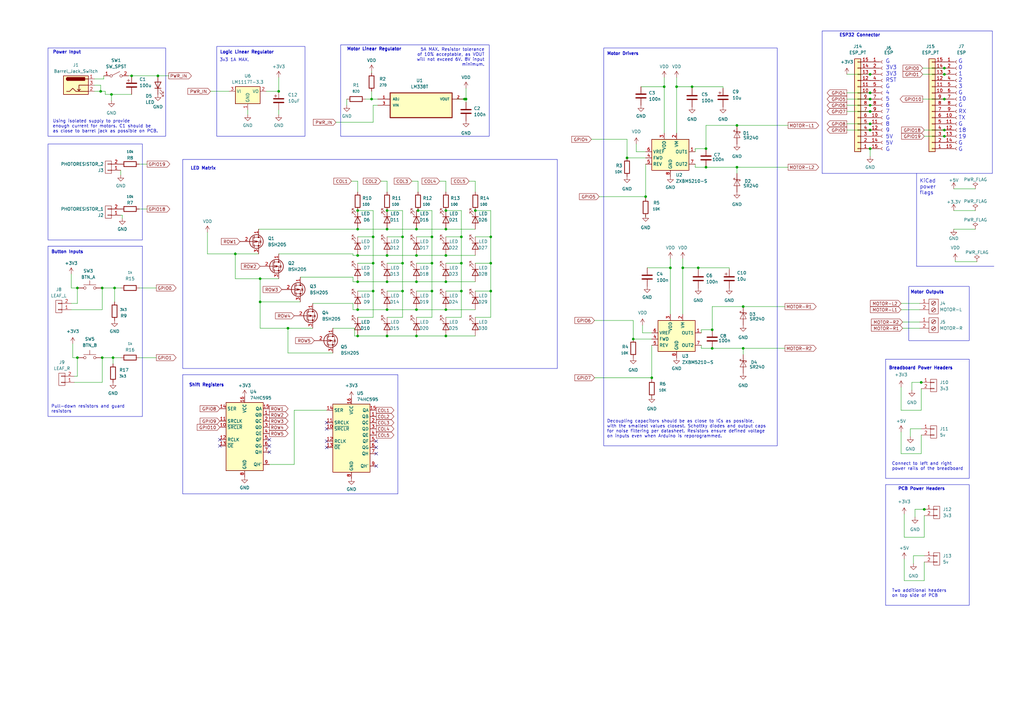
<source format=kicad_sch>
(kicad_sch (version 20230121) (generator eeschema)
  (paper "A3")
  (title_block (title "ESP32 Breadboard Robot Breakout") (date "2024-09-21") (rev "A") (company "C. Varney, A. Walker, K. Jones"))
  (junction (at 283.845 35.56))
  (junction (at 356.87 60.96))
  (junction (at 280.035 109.855))
  (junction (at 146.685 86.36))
  (junction (at 64.77 31.115))
  (junction (at 289.56 60.96))
  (junction (at 158.75 127))
  (junction (at 153.035 107.95))
  (junction (at 289.56 68.58))
  (junction (at 182.88 115.57))
  (junction (at 46.99 118.11))
  (junction (at 182.88 137.795))
  (junction (at 201.295 119.38))
  (junction (at 41.275 37.465))
  (junction (at 356.87 53.34))
  (junction (at 292.1 142.875))
  (junction (at 41.91 118.11))
  (junction (at 41.91 146.685))
  (junction (at 286.385 109.855))
  (junction (at 31.75 118.11))
  (junction (at 152.4 40.64))
  (junction (at 158.75 93.98))
  (junction (at 46.355 146.685))
  (junction (at 272.415 35.56))
  (junction (at 158.75 104.775))
  (junction (at 292.1 135.255))
  (junction (at 165.1 97.155))
  (junction (at 356.87 30.48))
  (junction (at 189.23 97.155))
  (junction (at 387.35 53.34))
  (junction (at 182.88 104.775))
  (junction (at 182.88 93.98))
  (junction (at 146.685 104.775))
  (junction (at 387.35 30.48))
  (junction (at 189.23 107.95))
  (junction (at 379.095 208.915))
  (junction (at 170.815 115.57))
  (junction (at 53.975 31.115))
  (junction (at 257.175 64.77))
  (junction (at 146.685 137.795))
  (junction (at 201.295 97.155))
  (junction (at 190.5 40.64))
  (junction (at 177.165 119.38))
  (junction (at 302.26 68.58))
  (junction (at 387.35 40.64))
  (junction (at 146.685 93.98))
  (junction (at 356.87 38.1))
  (junction (at 170.815 137.795))
  (junction (at 277.495 35.56))
  (junction (at 201.295 107.95))
  (junction (at 194.945 86.36))
  (junction (at 267.335 154.94))
  (junction (at 153.035 97.155))
  (junction (at 45.72 38.735))
  (junction (at 182.88 86.36))
  (junction (at 171.45 86.36))
  (junction (at 165.1 119.38))
  (junction (at 158.75 86.36))
  (junction (at 304.8 142.875))
  (junction (at 153.035 119.38))
  (junction (at 387.35 27.94))
  (junction (at 146.685 127))
  (junction (at 189.23 119.38))
  (junction (at 264.795 80.645))
  (junction (at 302.26 51.435))
  (junction (at 259.715 139.065))
  (junction (at 377.825 156.845))
  (junction (at 356.87 45.72))
  (junction (at 356.87 50.8))
  (junction (at 96.52 104.14))
  (junction (at 114.3 37.465))
  (junction (at 31.75 146.685))
  (junction (at 170.815 93.98))
  (junction (at 356.87 43.18))
  (junction (at 106.68 123.825))
  (junction (at 165.1 107.95))
  (junction (at 182.88 127))
  (junction (at 106.68 114.3))
  (junction (at 191.135 40.64))
  (junction (at 274.955 109.855))
  (junction (at 177.165 97.155))
  (junction (at 118.11 134.62))
  (junction (at 387.35 55.88))
  (junction (at 170.815 127))
  (junction (at 170.815 104.775))
  (junction (at 146.685 115.57))
  (junction (at 304.8 125.73))
  (junction (at 177.165 107.95))
  (junction (at 356.87 40.64))
  (junction (at 158.75 115.57))
  (junction (at 158.75 137.795))
  (no_connect (at 154.305 186.055))
  (no_connect (at 90.17 182.88))
  (no_connect (at 110.49 185.42))
  (no_connect (at 110.49 182.88))
  (no_connect (at 133.985 175.895))
  (no_connect (at 133.985 180.975))
  (no_connect (at 90.17 180.34))
  (no_connect (at 133.985 173.355))
  (no_connect (at 133.985 183.515))
  (no_connect (at 154.305 183.515))
  (no_connect (at 110.49 180.34))
  (no_connect (at 154.305 180.975))
  (no_connect (at 154.305 191.135))
  (wire (pts (xy 171.45 78.74) (xy 171.45 74.295)))
  (wire (pts (xy 171.45 74.295) (xy 168.91 74.295)))
  (wire (pts (xy 123.19 113.665) (xy 144.78 113.665)))
  (wire (pts (xy 153.035 119.38) (xy 153.035 130.175)))
  (wire (pts (xy 144.78 104.14) (xy 144.78 104.775)))
  (wire (pts (xy 391.16 77.47) (xy 400.05 77.47)))
  (wire (pts (xy 144.78 115.57) (xy 146.685 115.57)))
  (wire (pts (xy 153.035 119.38) (xy 146.685 119.38)))
  (wire (pts (xy 31.75 146.685) (xy 29.845 146.685)))
  (wire (pts (xy 265.43 109.855) (xy 274.955 109.855)))
  (wire (pts (xy 369.57 186.055) (xy 369.57 177.165)))
  (polyline (pts (xy 375.92 109.22) (xy 375.92 71.12)))
  (wire (pts (xy 85.09 95.25) (xy 85.09 104.14)))
  (wire (pts (xy 259.715 139.065) (xy 259.715 131.445)))
  (wire (pts (xy 189.23 86.36) (xy 189.23 97.155)))
  (wire (pts (xy 38.735 32.385) (xy 42.545 32.385)))
  (wire (pts (xy 158.75 137.795) (xy 170.815 137.795)))
  (wire (pts (xy 182.88 93.98) (xy 194.945 93.98)))
  (wire (pts (xy 267.335 136.525) (xy 263.525 136.525)))
  (wire (pts (xy 287.655 135.255) (xy 287.655 136.525)))
  (wire (pts (xy 144.78 124.46) (xy 144.78 127)))
  (wire (pts (xy 41.275 37.465) (xy 38.735 37.465)))
  (wire (pts (xy 201.295 97.155) (xy 201.295 107.95)))
  (wire (pts (xy 146.685 115.57) (xy 158.75 115.57)))
  (wire (pts (xy 189.23 107.95) (xy 189.23 119.38)))
  (wire (pts (xy 286.385 109.855) (xy 286.385 110.49)))
  (wire (pts (xy 158.75 93.98) (xy 170.815 93.98)))
  (wire (pts (xy 189.23 119.38) (xy 189.23 130.175)))
  (wire (pts (xy 274.955 106.045) (xy 274.955 109.855)))
  (wire (pts (xy 170.815 86.36) (xy 171.45 86.36)))
  (wire (pts (xy 158.75 97.155) (xy 165.1 97.155)))
  (wire (pts (xy 38.735 34.925) (xy 41.275 34.925)))
  (wire (pts (xy 114.3 114.3) (xy 106.68 114.3)))
  (wire (pts (xy 370.205 134.62) (xy 377.19 134.62)))
  (wire (pts (xy 391.795 107.315) (xy 400.685 107.315)))
  (wire (pts (xy 30.48 154.305) (xy 31.75 154.305)))
  (wire (pts (xy 46.99 118.11) (xy 49.53 118.11)))
  (wire (pts (xy 182.88 74.295) (xy 180.34 74.295)))
  (wire (pts (xy 379.095 220.345) (xy 379.095 211.455)))
  (wire (pts (xy 182.88 127) (xy 194.945 127)))
  (wire (pts (xy 96.52 104.14) (xy 96.52 114.3)))
  (wire (pts (xy 272.415 35.56) (xy 272.415 54.61)))
  (wire (pts (xy 120.65 190.5) (xy 120.65 168.275)))
  (wire (pts (xy 379.095 220.345) (xy 370.84 220.345)))
  (wire (pts (xy 146.685 137.795) (xy 158.75 137.795)))
  (wire (pts (xy 41.91 146.685) (xy 46.355 146.685)))
  (wire (pts (xy 378.46 27.94) (xy 387.35 27.94)))
  (wire (pts (xy 158.75 74.295) (xy 156.21 74.295)))
  (wire (pts (xy 377.825 175.895) (xy 373.38 175.895)))
  (wire (pts (xy 194.945 74.295) (xy 192.405 74.295)))
  (wire (pts (xy 194.945 97.155) (xy 201.295 97.155)))
  (wire (pts (xy 41.91 127) (xy 29.21 127)))
  (wire (pts (xy 136.525 134.62) (xy 145.415 134.62)))
  (wire (pts (xy 106.68 134.62) (xy 118.11 134.62)))
  (wire (pts (xy 145.415 137.795) (xy 146.685 137.795)))
  (wire (pts (xy 177.165 97.155) (xy 177.165 107.95)))
  (wire (pts (xy 369.57 127) (xy 377.19 127)))
  (wire (pts (xy 41.91 156.845) (xy 30.48 156.845)))
  (wire (pts (xy 170.815 104.775) (xy 182.88 104.775)))
  (wire (pts (xy 106.045 93.98) (xy 146.685 93.98)))
  (wire (pts (xy 114.3 104.14) (xy 144.78 104.14)))
  (wire (pts (xy 285.115 60.96) (xy 285.115 62.23)))
  (wire (pts (xy 53.975 31.115) (xy 64.77 31.115)))
  (wire (pts (xy 289.56 51.435) (xy 302.26 51.435)))
  (wire (pts (xy 259.715 131.445) (xy 243.84 131.445)))
  (wire (pts (xy 285.115 68.58) (xy 289.56 68.58)))
  (wire (pts (xy 243.84 154.94) (xy 267.335 154.94)))
  (wire (pts (xy 356.87 60.96) (xy 356.87 64.135)))
  (wire (pts (xy 146.685 74.295) (xy 144.145 74.295)))
  (wire (pts (xy 45.72 38.735) (xy 43.18 38.735)))
  (wire (pts (xy 262.89 35.56) (xy 272.415 35.56)))
  (wire (pts (xy 292.1 125.73) (xy 304.8 125.73)))
  (wire (pts (xy 391.16 93.98) (xy 400.05 93.98)))
  (wire (pts (xy 194.945 78.74) (xy 194.945 74.295)))
  (wire (pts (xy 154.94 43.18) (xy 153.035 43.18)))
  (wire (pts (xy 128.27 124.46) (xy 144.78 124.46)))
  (wire (pts (xy 257.175 64.77) (xy 257.175 57.15)))
  (wire (pts (xy 177.165 119.38) (xy 177.165 130.175)))
  (wire (pts (xy 43.18 38.735) (xy 43.18 37.465)))
  (wire (pts (xy 109.22 37.465) (xy 114.3 37.465)))
  (wire (pts (xy 182.88 86.36) (xy 189.23 86.36)))
  (wire (pts (xy 42.545 32.385) (xy 42.545 31.115)))
  (wire (pts (xy 106.68 123.825) (xy 106.68 134.62)))
  (wire (pts (xy 153.035 107.95) (xy 153.035 119.38)))
  (wire (pts (xy 194.945 86.36) (xy 201.295 86.36)))
  (wire (pts (xy 379.095 227.965) (xy 374.65 227.965)))
  (wire (pts (xy 377.825 186.055) (xy 369.57 186.055)))
  (wire (pts (xy 96.52 104.14) (xy 85.09 104.14)))
  (wire (pts (xy 370.84 238.125) (xy 370.84 229.235)))
  (wire (pts (xy 57.15 85.725) (xy 60.325 85.725)))
  (wire (pts (xy 153.035 130.175) (xy 146.685 130.175)))
  (wire (pts (xy 347.345 43.18) (xy 356.87 43.18)))
  (wire (pts (xy 289.56 51.435) (xy 289.56 60.96)))
  (wire (pts (xy 187.325 40.64) (xy 190.5 40.64)))
  (wire (pts (xy 41.275 34.925) (xy 41.275 37.465)))
  (wire (pts (xy 257.175 57.15) (xy 242.57 57.15)))
  (wire (pts (xy 378.46 40.64) (xy 387.35 40.64)))
  (wire (pts (xy 377.825 178.435) (xy 377.825 186.055)))
  (wire (pts (xy 182.88 137.795) (xy 194.945 137.795)))
  (wire (pts (xy 375.285 208.915) (xy 375.285 212.09)))
  (wire (pts (xy 201.295 130.175) (xy 194.945 130.175)))
  (wire (pts (xy 201.295 107.95) (xy 194.945 107.95)))
  (wire (pts (xy 165.1 119.38) (xy 165.1 130.175)))
  (wire (pts (xy 260.985 62.23) (xy 260.985 59.055)))
  (wire (pts (xy 189.23 107.95) (xy 182.88 107.95)))
  (wire (pts (xy 201.295 107.95) (xy 201.295 119.38)))
  (wire (pts (xy 41.91 146.685) (xy 41.91 156.845)))
  (wire (pts (xy 189.23 130.175) (xy 182.88 130.175)))
  (wire (pts (xy 101.6 45.085) (xy 101.6 46.99)))
  (wire (pts (xy 190.5 40.64) (xy 191.135 40.64)))
  (wire (pts (xy 29.21 124.46) (xy 31.75 124.46)))
  (wire (pts (xy 304.8 125.73) (xy 321.945 125.73)))
  (wire (pts (xy 165.1 130.175) (xy 158.75 130.175)))
  (wire (pts (xy 264.795 62.23) (xy 260.985 62.23)))
  (wire (pts (xy 64.135 118.11) (xy 57.15 118.11)))
  (wire (pts (xy 277.495 35.56) (xy 277.495 54.61)))
  (wire (pts (xy 182.88 115.57) (xy 194.945 115.57)))
  (wire (pts (xy 106.68 114.3) (xy 106.68 123.825)))
  (wire (pts (xy 264.795 88.9) (xy 264.795 88.265)))
  (wire (pts (xy 391.16 86.36) (xy 400.05 86.36)))
  (wire (pts (xy 321.945 142.875) (xy 304.8 142.875)))
  (wire (pts (xy 347.345 40.64) (xy 356.87 40.64)))
  (wire (pts (xy 158.75 78.74) (xy 158.75 74.295)))
  (wire (pts (xy 114.3 31.75) (xy 114.3 37.465)))
  (wire (pts (xy 280.035 109.855) (xy 280.035 128.905)))
  (wire (pts (xy 171.45 86.36) (xy 177.165 86.36)))
  (wire (pts (xy 31.75 124.46) (xy 31.75 118.11)))
  (wire (pts (xy 60.325 67.31) (xy 57.15 67.31)))
  (wire (pts (xy 153.035 50.165) (xy 137.795 50.165)))
  (wire (pts (xy 177.165 130.175) (xy 170.815 130.175)))
  (wire (pts (xy 379.095 238.125) (xy 370.84 238.125)))
  (wire (pts (xy 374.65 227.965) (xy 374.65 231.14)))
  (wire (pts (xy 379.095 53.34) (xy 387.35 53.34)))
  (wire (pts (xy 170.815 97.155) (xy 177.165 97.155)))
  (wire (pts (xy 201.295 119.38) (xy 194.945 119.38)))
  (wire (pts (xy 285.115 60.96) (xy 289.56 60.96)))
  (wire (pts (xy 267.335 163.195) (xy 267.335 162.56)))
  (wire (pts (xy 177.165 107.95) (xy 170.815 107.95)))
  (wire (pts (xy 373.38 175.895) (xy 373.38 179.07)))
  (wire (pts (xy 356.87 30.48) (xy 347.345 30.48)))
  (wire (pts (xy 146.685 78.74) (xy 146.685 74.295)))
  (wire (pts (xy 272.415 31.75) (xy 272.415 35.56)))
  (wire (pts (xy 114.3 45.085) (xy 114.3 46.99)))
  (wire (pts (xy 286.385 109.855) (xy 299.085 109.855)))
  (wire (pts (xy 379.095 208.915) (xy 375.285 208.915)))
  (wire (pts (xy 287.655 135.255) (xy 292.1 135.255)))
  (wire (pts (xy 201.295 119.38) (xy 201.295 130.175)))
  (wire (pts (xy 29.845 140.97) (xy 29.845 146.685)))
  (wire (pts (xy 374.015 156.845) (xy 374.015 160.02)))
  (wire (pts (xy 347.345 38.1) (xy 356.87 38.1)))
  (wire (pts (xy 289.56 68.58) (xy 302.26 68.58)))
  (wire (pts (xy 379.73 208.915) (xy 379.095 208.915)))
  (wire (pts (xy 45.72 38.735) (xy 45.72 41.275)))
  (wire (pts (xy 96.52 114.3) (xy 106.68 114.3)))
  (wire (pts (xy 267.335 141.605) (xy 267.335 154.94)))
  (wire (pts (xy 158.75 86.36) (xy 165.1 86.36)))
  (wire (pts (xy 201.295 86.36) (xy 201.295 97.155)))
  (wire (pts (xy 182.88 78.74) (xy 182.88 74.295)))
  (wire (pts (xy 146.685 127) (xy 158.75 127)))
  (wire (pts (xy 64.135 146.685) (xy 57.15 146.685)))
  (wire (pts (xy 264.795 67.31) (xy 264.795 80.645)))
  (wire (pts (xy 189.23 97.155) (xy 189.23 107.95)))
  (wire (pts (xy 146.685 104.775) (xy 158.75 104.775)))
  (wire (pts (xy 165.1 107.95) (xy 158.75 107.95)))
  (wire (pts (xy 165.1 97.155) (xy 165.1 107.95)))
  (wire (pts (xy 144.78 127) (xy 146.685 127)))
  (wire (pts (xy 31.75 118.11) (xy 29.21 118.11)))
  (wire (pts (xy 378.46 156.845) (xy 377.825 156.845)))
  (wire (pts (xy 191.135 36.195) (xy 191.135 40.64)))
  (wire (pts (xy 369.57 124.46) (xy 377.19 124.46)))
  (wire (pts (xy 165.1 119.38) (xy 158.75 119.38)))
  (wire (pts (xy 377.825 168.275) (xy 369.57 168.275)))
  (wire (pts (xy 46.355 146.685) (xy 49.53 146.685)))
  (wire (pts (xy 144.78 113.665) (xy 144.78 115.57)))
  (wire (pts (xy 170.815 93.98) (xy 182.88 93.98)))
  (wire (pts (xy 110.49 190.5) (xy 120.65 190.5)))
  (wire (pts (xy 370.84 220.345) (xy 370.84 210.82)))
  (wire (pts (xy 170.815 127) (xy 182.88 127)))
  (wire (pts (xy 182.88 97.155) (xy 189.23 97.155)))
  (wire (pts (xy 245.745 80.645) (xy 264.795 80.645)))
  (wire (pts (xy 264.795 80.645) (xy 264.795 81.28)))
  (wire (pts (xy 41.91 118.11) (xy 41.91 127)))
  (wire (pts (xy 52.705 31.115) (xy 53.975 31.115)))
  (wire (pts (xy 170.815 115.57) (xy 182.88 115.57)))
  (wire (pts (xy 118.11 134.62) (xy 118.11 144.78)))
  (wire (pts (xy 280.035 109.855) (xy 286.385 109.855)))
  (wire (pts (xy 182.88 104.775) (xy 194.945 104.775)))
  (wire (pts (xy 49.53 71.755) (xy 49.53 69.85)))
  (wire (pts (xy 165.1 86.36) (xy 165.1 97.155)))
  (wire (pts (xy 177.165 107.95) (xy 177.165 119.38)))
  (wire (pts (xy 277.495 35.56) (xy 283.845 35.56)))
  (wire (pts (xy 86.36 37.465) (xy 93.98 37.465)))
  (wire (pts (xy 152.4 29.21) (xy 152.4 29.845)))
  (wire (pts (xy 302.26 71.12) (xy 302.26 68.58)))
  (wire (pts (xy 191.135 40.64) (xy 191.135 41.91)))
  (wire (pts (xy 287.655 142.875) (xy 292.1 142.875)))
  (wire (pts (xy 118.11 144.78) (xy 136.525 144.78)))
  (wire (pts (xy 283.845 35.56) (xy 296.545 35.56)))
  (wire (pts (xy 280.035 106.045) (xy 280.035 109.855)))
  (wire (pts (xy 347.345 53.34) (xy 356.87 53.34)))
  (wire (pts (xy 145.415 134.62) (xy 145.415 137.795)))
  (wire (pts (xy 96.52 103.505) (xy 96.52 104.14)))
  (wire (pts (xy 153.035 97.155) (xy 153.035 107.95)))
  (wire (pts (xy 292.1 142.875) (xy 304.8 142.875)))
  (wire (pts (xy 259.715 139.065) (xy 267.335 139.065)))
  (wire (pts (xy 149.86 40.64) (xy 152.4 40.64)))
  (wire (pts (xy 285.115 68.58) (xy 285.115 67.31)))
  (wire (pts (xy 370.205 132.08) (xy 377.19 132.08)))
  (wire (pts (xy 391.795 106.68) (xy 391.795 107.315)))
  (wire (pts (xy 46.99 118.11) (xy 46.99 123.825)))
  (wire (pts (xy 369.57 168.275) (xy 369.57 158.75)))
  (polyline (pts (xy 407.67 109.22) (xy 375.92 109.22)))
  (wire (pts (xy 153.035 86.36) (xy 153.035 97.155)))
  (wire (pts (xy 158.75 127) (xy 170.815 127)))
  (wire (pts (xy 292.1 125.73) (xy 292.1 135.255)))
  (wire (pts (xy 287.655 142.875) (xy 287.655 141.605)))
  (wire (pts (xy 158.75 115.57) (xy 170.815 115.57)))
  (wire (pts (xy 31.75 154.305) (xy 31.75 146.685)))
  (wire (pts (xy 302.26 51.435) (xy 323.215 51.435)))
  (wire (pts (xy 189.23 119.38) (xy 182.88 119.38)))
  (wire (pts (xy 146.685 86.36) (xy 153.035 86.36)))
  (wire (pts (xy 379.095 55.88) (xy 387.35 55.88)))
  (wire (pts (xy 274.955 109.855) (xy 274.955 128.905)))
  (wire (pts (xy 43.18 37.465) (xy 41.275 37.465)))
  (wire (pts (xy 29.21 112.395) (xy 29.21 118.11)))
  (wire (pts (xy 263.525 136.525) (xy 263.525 133.35)))
  (wire (pts (xy 379.095 230.505) (xy 379.095 238.125)))
  (wire (pts (xy 177.165 86.36) (xy 177.165 97.155)))
  (wire (pts (xy 50.165 88.265) (xy 49.53 88.265)))
  (wire (pts (xy 153.035 43.18) (xy 153.035 50.165)))
  (wire (pts (xy 144.78 104.775) (xy 146.685 104.775)))
  (wire (pts (xy 323.215 68.58) (xy 302.26 68.58)))
  (wire (pts (xy 118.11 134.62) (xy 128.27 134.62)))
  (wire (pts (xy 96.52 104.14) (xy 106.045 104.14)))
  (wire (pts (xy 378.46 30.48) (xy 387.35 30.48)))
  (wire (pts (xy 64.77 31.115) (xy 69.215 31.115)))
  (wire (pts (xy 347.345 45.72) (xy 356.87 45.72)))
  (wire (pts (xy 267.335 154.94) (xy 267.335 155.575)))
  (wire (pts (xy 106.68 123.825) (xy 123.19 123.825)))
  (wire (pts (xy 41.91 118.11) (xy 46.99 118.11)))
  (wire (pts (xy 257.175 64.77) (xy 264.795 64.77)))
  (wire (pts (xy 142.24 40.64) (xy 142.24 43.18)))
  (wire (pts (xy 377.825 168.275) (xy 377.825 159.385)))
  (wire (pts (xy 177.165 119.38) (xy 170.815 119.38)))
  (wire (pts (xy 152.4 40.64) (xy 154.94 40.64)))
  (wire (pts (xy 46.355 149.225) (xy 46.355 146.685)))
  (wire (pts (xy 146.685 93.98) (xy 158.75 93.98)))
  (wire (pts (xy 299.085 109.855) (xy 299.085 110.49)))
  (wire (pts (xy 153.035 107.95) (xy 146.685 107.95)))
  (wire (pts (xy 53.975 38.735) (xy 45.72 38.735)))
  (wire (pts (xy 304.8 145.415) (xy 304.8 142.875)))
  (wire (pts (xy 296.545 35.56) (xy 296.545 36.195)))
  (wire (pts (xy 283.845 35.56) (xy 283.845 36.195)))
  (wire (pts (xy 377.825 156.845) (xy 374.015 156.845)))
  (wire (pts (xy 347.345 50.8) (xy 356.87 50.8)))
  (wire (pts (xy 146.685 97.155) (xy 153.035 97.155)))
  (wire (pts (xy 277.495 31.75) (xy 277.495 35.56)))
  (wire (pts (xy 152.4 37.465) (xy 152.4 40.64)))
  (wire (pts (xy 120.65 168.275) (xy 133.985 168.275)))
  (wire (pts (xy 158.75 104.775) (xy 170.815 104.775)))
  (wire (pts (xy 50.165 89.535) (xy 50.165 88.265)))
  (wire (pts (xy 170.815 137.795) (xy 182.88 137.795)))
  (wire (pts (xy 165.1 107.95) (xy 165.1 119.38)))
  (rectangle (start 74.93 65.405) (end 228.6 151.13))
  (rectangle (start 247.65 19.685) (end 318.77 182.88))
  (rectangle (start 19.685 19.685) (end 67.945 55.88))
  (rectangle (start 363.22 198.755) (end 397.51 248.285))
  (rectangle (start 88.9 19.05) (end 125.095 55.88))
  (rectangle (start 363.22 147.32) (end 397.51 196.215))
  (rectangle (start 74.93 153.67) (end 163.195 202.565))
  (rectangle (start 139.7 18.415) (end 200.66 55.88))
  (rectangle (start 337.185 12.7) (end 407.035 71.12))
  (rectangle (start 372.745 117.475) (end 397.51 139.7))
  (rectangle (start 19.685 59.055) (end 58.42 98.425))
  (rectangle (start 19.685 100.965) (end 58.42 170.815))
  (text "5A MAX. Resistor tolerance\nof 10% acceptable, as VOUT\nwill not exceed 6V. 8V input\nminimum." (at 198.755 27.305 0) (effects (font (size 1.27 1.27)) (justify right bottom)))
  (text "Motor Outputs" (at 373.38 120.65 0) (effects (font (size 1.27 1.27) bold) (justify left bottom)))
  (text "Motor Linear Regulator" (at 142.24 20.955 0) (effects (font (size 1.27 1.27) bold) (justify left bottom)))
  (text "G\n3V3\n3V3\nRST\nG\n4\n5\n6\n7\nG\n8\n9\n5V\n5V\nG" (at 363.22 62.23 0) (effects (font (size 1.6 1.6)) (justify left bottom)))
  (text "Button Inputs" (at 20.955 104.14 0) (effects (font (size 1.27 1.27) (thickness 0.254) bold) (justify left bottom)))
  (text "Breadboard Power Headers" (at 364.49 151.765 0) (effects (font (size 1.27 1.27) bold) (justify left bottom)))
  (text "Two additional headers\non top side of PCB" (at 365.76 245.11 0) (effects (font (size 1.27 1.27)) (justify left bottom)))
  (text "3v3 1A MAX." (at 102.235 25.4 0) (effects (font (size 1.27 1.27)) (justify right bottom)))
  (text "LED Matrix" (at 78.105 69.85 0) (effects (font (size 1.27 1.27) bold) (justify left bottom)))
  (text "KiCad \npower \nflags" (at 377.19 80.01 0) (effects (font (size 1.4986 1.4986)) (justify left bottom)))
  (text "Motor Drivers" (at 248.92 22.86 0) (effects (font (size 1.27 1.27) (thickness 0.254) bold) (justify left bottom)))
  (text "Logic Linear Regulator" (at 90.17 22.225 0) (effects (font (size 1.27 1.27) bold) (justify left bottom)))
  (text "G\n0\n1\n2\n3\nG\n10\nG\nRX\nTX\nG\n18\n19\nG\nG" (at 393.065 62.23 0) (effects (font (size 1.6 1.6)) (justify left bottom)))
  (text "Connect to left and right\npower rails of the breadboard" (at 365.76 193.04 0) (effects (font (size 1.27 1.27)) (justify left bottom)))
  (text "Pull-down resistors and guard\nresistors" (at 20.955 169.545 0) (effects (font (size 1.27 1.27)) (justify left bottom)))
  (text "Shift Registers" (at 77.47 158.75 0) (effects (font (size 1.27 1.27) bold) (justify left bottom)))
  (text "Decoupling capacitors should be as close to ICs as possible,\nwith the smallest values closest. Schottky diodes and output caps\nfor noise filtering per datasheet. Resistors ensure defined voltage\non inputs even when Arduino is reporogrammed." (at 248.92 179.705 0) (effects (font (size 1.27 1.27)) (justify left bottom)))
  (text "PCB Power Headers" (at 368.3 201.295 0) (effects (font (size 1.27 1.27) bold) (justify left bottom)))
  (text "ESP32 Connector" (at 344.17 15.24 0) (effects (font (size 1.27 1.27) (thickness 0.254) bold) (justify left bottom)))
  (text "Using isolated supply to provide\nenough current for motors. C1 should be \nas close to barrel jack as possible on PCB." (at 21.59 54.61 0) (effects (font (size 1.27 1.27)) (justify left bottom)))
  (text "Power Input" (at 21.59 22.225 0) (effects (font (size 1.27 1.27) bold) (justify left bottom)))
  (global_label "MOTOR-L1" (shape output) (at 323.215 51.435 0) (property "Intersheetrefs" "${INTERSHEET_REFS}" (effects hide)))
  (global_label "MOTOR-R2" (shape output) (at 321.945 142.875 0) (property "Intersheetrefs" "${INTERSHEET_REFS}" (effects hide)))
  (global_label "COL3" (shape input) (at 168.91 74.295 180) (property "Intersheetrefs" "${INTERSHEET_REFS}" (effects hide)))
  (global_label "ROW2" (shape input) (at 106.68 109.22 180) (property "Intersheetrefs" "${INTERSHEET_REFS}" (effects hide)))
  (global_label "GPIO5" (shape input) (at 245.745 80.645 180) (property "Intersheetrefs" "${INTERSHEET_REFS}" (effects hide)))
  (global_label "COL5" (shape output) (at 154.305 178.435 0) (property "Intersheetrefs" "${INTERSHEET_REFS}" (effects hide)))
  (global_label "GPIO0" (shape input) (at 378.46 27.94 180) (property "Intersheetrefs" "${INTERSHEET_REFS}" (effects hide)))
  (global_label "MOTOR-R1" (shape input) (at 370.205 134.62 180) (property "Intersheetrefs" "${INTERSHEET_REFS}" (effects hide)))
  (global_label "GPIO18" (shape output) (at 60.325 85.725 0) (property "Intersheetrefs" "${INTERSHEET_REFS}" (effects hide)))
  (global_label "GPIO7" (shape output) (at 347.345 45.72 180) (property "Intersheetrefs" "${INTERSHEET_REFS}" (effects hide)))
  (global_label "GPIO19" (shape input) (at 379.095 55.88 180) (property "Intersheetrefs" "${INTERSHEET_REFS}" (effects hide)))
  (global_label "GPIO10" (shape input) (at 90.17 175.26 180) (property "Intersheetrefs" "${INTERSHEET_REFS}" (effects hide)))
  (global_label "COL1" (shape input) (at 144.145 74.295 180) (property "Intersheetrefs" "${INTERSHEET_REFS}" (effects hide)))
  (global_label "MOTOR-L2" (shape output) (at 323.215 68.58 0) (property "Intersheetrefs" "${INTERSHEET_REFS}" (effects hide)))
  (global_label "GPIO9" (shape output) (at 347.345 53.34 180) (property "Intersheetrefs" "${INTERSHEET_REFS}" (effects hide)))
  (global_label "GPIO19" (shape output) (at 60.325 67.31 0) (property "Intersheetrefs" "${INTERSHEET_REFS}" (effects hide)))
  (global_label "GPIO9" (shape input) (at 90.17 172.72 180) (property "Intersheetrefs" "${INTERSHEET_REFS}" (effects hide)))
  (global_label "MOTOR-R2" (shape input) (at 370.205 132.08 180) (property "Intersheetrefs" "${INTERSHEET_REFS}" (effects hide)))
  (global_label "MOTOR-R1" (shape output) (at 321.945 125.73 0) (property "Intersheetrefs" "${INTERSHEET_REFS}" (effects hide)))
  (global_label "COL4" (shape output) (at 154.305 175.895 0) (property "Intersheetrefs" "${INTERSHEET_REFS}" (effects hide)))
  (global_label "GPIO10" (shape output) (at 378.46 40.64 180) (property "Intersheetrefs" "${INTERSHEET_REFS}" (effects hide)))
  (global_label "ROW3" (shape input) (at 115.57 118.745 180) (property "Intersheetrefs" "${INTERSHEET_REFS}" (effects hide)))
  (global_label "COL2" (shape output) (at 154.305 170.815 0) (property "Intersheetrefs" "${INTERSHEET_REFS}" (effects hide)))
  (global_label "GPIO6" (shape input) (at 243.84 131.445 180) (property "Intersheetrefs" "${INTERSHEET_REFS}" (effects hide)))
  (global_label "ROW1" (shape input) (at 98.425 99.06 180) (property "Intersheetrefs" "${INTERSHEET_REFS}" (effects hide)))
  (global_label "MOTOR-L2" (shape input) (at 369.57 124.46 180) (property "Intersheetrefs" "${INTERSHEET_REFS}" (effects hide)))
  (global_label "ROW4" (shape output) (at 110.49 175.26 0) (property "Intersheetrefs" "${INTERSHEET_REFS}" (effects hide)))
  (global_label "COL4" (shape input) (at 180.34 74.295 180) (property "Intersheetrefs" "${INTERSHEET_REFS}" (effects hide)))
  (global_label "PWR_IN" (shape input) (at 137.795 50.165 180) (property "Intersheetrefs" "${INTERSHEET_REFS}" (effects hide)))
  (global_label "COL2" (shape input) (at 156.21 74.295 180) (property "Intersheetrefs" "${INTERSHEET_REFS}" (effects hide)))
  (global_label "GPIO1" (shape output) (at 64.135 146.685 0) (property "Intersheetrefs" "${INTERSHEET_REFS}" (effects hide)))
  (global_label "GPIO4" (shape input) (at 242.57 57.15 180) (property "Intersheetrefs" "${INTERSHEET_REFS}" (effects hide)))
  (global_label "ROW4" (shape input) (at 120.65 129.54 180) (property "Intersheetrefs" "${INTERSHEET_REFS}" (effects hide)))
  (global_label "GPIO4" (shape output) (at 347.345 38.1 180) (property "Intersheetrefs" "${INTERSHEET_REFS}" (effects hide)))
  (global_label "COL1" (shape output) (at 154.305 168.275 0) (property "Intersheetrefs" "${INTERSHEET_REFS}" (effects hide)))
  (global_label "GPIO8" (shape input) (at 90.17 167.64 180) (property "Intersheetrefs" "${INTERSHEET_REFS}" (effects hide)))
  (global_label "PWR_IN" (shape input) (at 86.36 37.465 180) (property "Intersheetrefs" "${INTERSHEET_REFS}" (effects hide)))
  (global_label "GPIO0" (shape output) (at 64.135 118.11 0) (property "Intersheetrefs" "${INTERSHEET_REFS}" (effects hide)))
  (global_label "GPIO18" (shape input) (at 379.095 53.34 180) (property "Intersheetrefs" "${INTERSHEET_REFS}" (effects hide)))
  (global_label "COL3" (shape output) (at 154.305 173.355 0) (property "Intersheetrefs" "${INTERSHEET_REFS}" (effects hide)))
  (global_label "GPIO5" (shape output) (at 347.345 40.64 180) (property "Intersheetrefs" "${INTERSHEET_REFS}" (effects hide)))
  (global_label "GPIO1" (shape input) (at 378.46 30.48 180) (property "Intersheetrefs" "${INTERSHEET_REFS}" (effects hide)))
  (global_label "GPIO8" (shape output) (at 347.345 50.8 180) (property "Intersheetrefs" "${INTERSHEET_REFS}" (effects hide)))
  (global_label "ROW5" (shape output) (at 110.49 177.8 0) (property "Intersheetrefs" "${INTERSHEET_REFS}" (effects hide)))
  (global_label "ROW2" (shape output) (at 110.49 170.18 0) (property "Intersheetrefs" "${INTERSHEET_REFS}" (effects hide)))
  (global_label "COL5" (shape input) (at 192.405 74.295 180) (property "Intersheetrefs" "${INTERSHEET_REFS}" (effects hide)))
  (global_label "MOTOR-L1" (shape input) (at 369.57 127 180) (property "Intersheetrefs" "${INTERSHEET_REFS}" (effects hide)))
  (global_label "GPIO6" (shape output) (at 347.345 43.18 180) (property "Intersheetrefs" "${INTERSHEET_REFS}" (effects hide)))
  (global_label "GPIO7" (shape input) (at 243.84 154.94 180) (property "Intersheetrefs" "${INTERSHEET_REFS}" (effects hide)))
  (global_label "ROW3" (shape output) (at 110.49 172.72 0) (property "Intersheetrefs" "${INTERSHEET_REFS}" (effects hide)))
  (global_label "PWR_IN" (shape output) (at 69.215 31.115 0) (property "Intersheetrefs" "${INTERSHEET_REFS}" (effects hide)))
  (global_label "ROW5" (shape input) (at 128.905 139.7 180) (property "Intersheetrefs" "${INTERSHEET_REFS}" (effects hide)))
  (global_label "ROW1" (shape output) (at 110.49 167.64 0) (property "Intersheetrefs" "${INTERSHEET_REFS}" (effects hide)))
  (symbol (lib_id "Driver_Motor:ZXBM5210-S") (at 277.495 139.065 0) (unit 1)
    (property "Reference" "U3" (at 279.6891 146.05 0) (effects (justify left)))
    (property "Value" "ZXBM5210-S" (at 279.6891 148.59 0) (effects (justify left)))
    (property "Footprint" "Package_SO:SOIC-8_3.9x4.9mm_P1.27mm" (effects hide))
    (property "Datasheet" "https://www.diodes.com/assets/Datasheets/ZXBM5210.pdf" (effects hide))
  )
  (symbol (lib_id "74xx:74HC595") (at 144.145 178.435 0) (unit 1)
    (property "Reference" "U5" (at 146.3391 161.29 0) (effects (justify left)))
    (property "Value" "74HC595" (at 146.3391 163.83 0) (effects (justify left)))
    (property "Datasheet" "http://www.ti.com/lit/ds/symlink/sn74hc595.pdf" (effects hide))
  )
  (symbol (lib_id "power:+5V") (at 391.16 77.47 0) (unit 1)
    (property "Reference" "#PWR038" (effects hide))
    (property "Value" "+5V" (at 391.16 73.914 0))
  )
  (symbol (lib_id "power:GND") (at 49.53 71.755 0) (unit 1)
    (property "Reference" "#PWR044" (effects hide))
    (property "Value" "GND" (at 49.53 76.2 0))
  )
  (symbol (lib_id "power:GND") (at 114.3 46.99 0) (unit 1)
    (property "Reference" "#PWR034" (effects hide))
    (property "Value" "GND" (at 114.3 51.435 0))
  )
  (symbol (lib_id "power:GND") (at 283.845 43.815 0) (unit 1)
    (property "Reference" "#PWR024" (effects hide))
    (property "Value" "GND" (at 283.845 48.895 0))
  )
  (symbol (lib_id "enel200_uc_kicad7:UC_D_SCHOTTKY") (at 304.8 129.54 90) (unit 1)
    (property "Reference" "D3" (at 308.61 128.905 90))
    (property "Value" "SR240" (at 310.515 130.81 90))
    (property "Footprint" "Diode_THT:D_DO-35_SOD27_P2.54mm_Vertical_AnodeUp" (effects hide))
  )
  (symbol (lib_id "power:GND") (at 46.355 156.845 0) (unit 1)
    (property "Reference" "#PWR047" (effects hide))
    (property "Value" "GND" (at 46.355 161.29 0))
  )
  (symbol (lib_id "power:VDD") (at 263.525 133.35 0) (unit 1)
    (property "Reference" "#PWR014" (effects hide))
    (property "Value" "VDD" (at 263.525 128.27 0))
  )
  (symbol (lib_id "enel200_uc_kicad7:UC_R") (at 267.335 159.385 0) (unit 1)
    (property "Reference" "R6" (at 271.78 157.48 0))
    (property "Value" "10K" (at 271.78 160.02 0) (effects (font (size 1.016 1.016))))
    (property "Footprint" "Resistor_THT:R_Axial_DIN0207_L6.3mm_D2.5mm_P7.62mm_Horizontal" (effects hide))
  )
  (symbol (lib_id "power:GND") (at 296.545 43.815 0) (unit 1)
    (property "Reference" "#PWR026" (effects hide))
    (property "Value" "GND" (at 296.545 48.895 0))
  )
  (symbol (lib_id "Device:LED") (at 194.945 111.76 270) (unit 1)
    (property "Reference" "D28" (at 200.025 112.395 90) (effects (justify right)))
    (property "Value" "LED" (at 200.025 109.855 90) (effects (justify right)))
  )
  (symbol (lib_id "power:GND") (at 277.495 146.685 0) (unit 1)
    (property "Reference" "#PWR022" (effects hide))
    (property "Value" "GND" (at 277.495 151.13 0))
  )
  (symbol (lib_id "power:VDD") (at 85.09 95.25 0) (unit 1)
    (property "Reference" "#PWR05" (effects hide))
    (property "Value" "VDD" (at 85.09 90.805 0))
  )
  (symbol (lib_id "enel200_uc_kicad7:UC_CONN_01X02") (at 25.4 155.575 180) (unit 1)
    (property "Reference" "J9" (at 25.4 148.59 0))
    (property "Value" "LEAF_R" (at 25.4 151.13 0))
    (property "Footprint" "Connector_PinHeader_2.54mm:PinHeader_1x02_P2.54mm_Vertical" (effects hide))
  )
  (symbol (lib_id "power:GND") (at 100.33 195.58 0) (unit 1)
    (property "Reference" "#PWR042" (effects hide))
    (property "Value" "GND" (at 100.33 200.025 0))
  )
  (symbol (lib_id "power:+3.3V") (at 391.16 86.36 0) (unit 1)
    (property "Reference" "#PWR039" (effects hide))
    (property "Value" "+3.3V" (at 391.16 82.804 0))
  )
  (symbol (lib_id "power:GND") (at 144.145 196.215 0) (unit 1)
    (property "Reference" "#PWR043" (effects hide))
    (property "Value" "GND" (at 144.145 200.66 0))
  )
  (symbol (lib_id "Device:LED") (at 170.815 90.17 270) (unit 1)
    (property "Reference" "D16" (at 175.895 90.17 90) (effects (justify right)))
    (property "Value" "LED" (at 175.895 87.63 90) (effects (justify right)))
  )
  (symbol (lib_id "enel200_uc_kicad7:UC_C") (at 283.845 40.005 0) (unit 1)
    (property "Reference" "C5" (at 287.655 38.735 0) (effects (justify left)))
    (property "Value" "100n" (at 287.655 41.275 0) (effects (justify left)))
    (property "Footprint" "Capacitor_THT:C_Rect_L4.6mm_W3.0mm_P2.50mm_MKS02_FKP02" (effects hide))
  )
  (symbol (lib_id "enel200_uc_kicad7:UC_CP") (at 53.975 34.925 0) (unit 1)
    (property "Reference" "C1" (at 57.15 32.534 0) (effects (justify left)))
    (property "Value" "100u" (at 57.15 35.074 0) (effects (justify left)))
    (property "Footprint" "Capacitor_THT:CP_Radial_D8.0mm_P3.50mm" (effects hide))
  )
  (symbol (lib_id "enel200_uc_kicad7:UC_SW_Push") (at 36.83 118.11 0) (unit 1)
    (property "Reference" "SW3" (at 36.195 111.125 0))
    (property "Value" "BTN_A" (at 36.195 113.665 0))
    (property "Footprint" "Button_Switch_THT:SW_PUSH_6mm_H5mm" (effects hide))
  )
  (symbol (lib_id "74xx:74HC595") (at 100.33 177.8 0) (unit 1)
    (property "Reference" "U4" (at 102.5241 160.655 0) (effects (justify left)))
    (property "Value" "74HC595" (at 102.5241 163.195 0) (effects (justify left)))
    (property "Datasheet" "http://www.ti.com/lit/ds/symlink/sn74hc595.pdf" (effects hide))
  )
  (symbol (lib_id "power:PWR_FLAG") (at 400.05 77.47 0) (unit 1)
    (property "Reference" "#FLG01" (effects hide))
    (property "Value" "PWR_FLAG" (at 400.05 73.66 0))
  )
  (symbol (lib_id "Device:LED") (at 158.75 123.19 270) (unit 1)
    (property "Reference" "D14" (at 163.83 123.825 90) (effects (justify right)))
    (property "Value" "LED" (at 163.83 121.285 90) (effects (justify right)))
  )
  (symbol (lib_id "power:GND") (at 46.99 131.445 0) (unit 1)
    (property "Reference" "#PWR045" (effects hide))
    (property "Value" "GND" (at 46.99 135.89 0))
  )
  (symbol (lib_id "power:VDD") (at 191.135 36.195 0) (unit 1)
    (property "Reference" "#PWR08" (effects hide))
    (property "Value" "VDD" (at 191.135 31.75 0))
  )
  (symbol (lib_id "Device:LED") (at 182.88 90.17 270) (unit 1)
    (property "Reference" "D21" (at 187.96 90.17 90) (effects (justify right)))
    (property "Value" "LED" (at 187.96 87.63 90) (effects (justify right)))
  )
  (symbol (lib_id "power:PWR_FLAG") (at 400.685 107.315 0) (unit 1)
    (property "Reference" "#FLG04" (effects hide))
    (property "Value" "PWR_FLAG" (at 400.685 103.505 0))
  )
  (symbol (lib_id "enel200_uc_kicad7:UC_R") (at 257.175 68.58 0) (unit 1)
    (property "Reference" "R3" (at 255.27 67.945 0) (effects (justify right)))
    (property "Value" "10K" (at 255.27 70.485 0) (effects (font (size 1.016 1.016)) (justify right)))
    (property "Footprint" "Resistor_THT:R_Axial_DIN0207_L6.3mm_D2.5mm_P7.62mm_Horizontal" (effects hide))
  )
  (symbol (lib_id "power:GND") (at 374.65 231.14 0) (unit 1)
    (property "Reference" "#PWR055" (effects hide))
    (property "Value" "GND" (at 374.65 236.22 0))
  )
  (symbol (lib_id "power:+5V") (at 369.57 177.165 0) (unit 1)
    (property "Reference" "#PWR050" (effects hide))
    (property "Value" "+5V" (at 369.57 172.72 0))
  )
  (symbol (lib_id "enel200_uc_kicad7:UC_C") (at 191.135 45.72 0) (unit 1)
    (property "Reference" "C2" (at 194.31 44.45 0) (effects (justify left)))
    (property "Value" "100n" (at 194.31 46.99 0) (effects (justify left)))
    (property "Footprint" "Capacitor_THT:C_Rect_L4.6mm_W3.0mm_P2.50mm_MKS02_FKP02" (effects hide))
  )
  (symbol (lib_id "enel200_uc_kicad7:UC_CONN_01X02") (at 384.175 210.185 0) (unit 1)
    (property "Reference" "J12" (at 386.715 208.915 0) (effects (justify left)))
    (property "Value" "3v3" (at 386.715 211.455 0) (effects (justify left)))
    (property "Footprint" "Connector_PinHeader_2.54mm:PinHeader_1x02_P2.54mm_Vertical" (effects hide))
  )
  (symbol (lib_id "power:+3V3") (at 100.33 162.56 0) (unit 1)
    (property "Reference" "#PWR036" (effects hide))
    (property "Value" "+3V3" (at 100.33 158.115 0))
  )
  (symbol (lib_id "power:VDD") (at 272.415 31.75 0) (unit 1)
    (property "Reference" "#PWR018" (effects hide))
    (property "Value" "VDD" (at 272.415 27.305 0))
  )
  (symbol (lib_id "enel200_uc_kicad7:UC_CONN_01X02") (at 44.45 86.995 180) (unit 1)
    (property "Reference" "J2" (at 42.545 88.265 0) (effects (justify left)))
    (property "Value" "PHOTORESISTOR_1" (at 42.545 85.725 0) (effects (justify left)))
    (property "Footprint" "Connector_PinHeader_2.54mm:PinHeader_1x02_P2.54mm_Vertical" (effects hide))
  )
  (symbol (lib_id "enel200_uc_kicad7:UC_CONN_01X02") (at 384.175 229.235 0) (unit 1)
    (property "Reference" "J13" (at 386.715 227.965 0) (effects (justify left)))
    (property "Value" "5v" (at 386.715 230.505 0) (effects (justify left)))
    (property "Footprint" "Connector_PinHeader_2.54mm:PinHeader_1x02_P2.54mm_Vertical" (effects hide))
  )
  (symbol (lib_id "Device:LED") (at 158.75 100.965 270) (unit 1)
    (property "Reference" "D12" (at 163.83 101.6 90) (effects (justify right)))
    (property "Value" "LED" (at 163.83 99.06 90) (effects (justify right)))
  )
  (symbol (lib_id "enel200_uc_kicad7:UC_D_SCHOTTKY") (at 304.8 149.225 90) (unit 1)
    (property "Reference" "D4" (at 309.245 148.59 90))
    (property "Value" "SR240" (at 310.515 150.495 90))
    (property "Footprint" "Diode_THT:D_DO-35_SOD27_P2.54mm_Vertical_AnodeUp" (effects hide))
  )
  (symbol (lib_id "enel200_uc_kicad7:UC_CONN_01X02") (at 44.45 68.58 180) (unit 1)
    (property "Reference" "J3" (at 42.545 69.85 0) (effects (justify left)))
    (property "Value" "PHOTORESISTOR_2" (at 42.545 67.31 0) (effects (justify left)))
    (property "Footprint" "Connector_PinHeader_2.54mm:PinHeader_1x02_P2.54mm_Vertical" (effects hide))
  )
  (symbol (lib_id "enel200_uc_kicad7:UC_CONN_01X02") (at 382.905 158.115 0) (unit 1)
    (property "Reference" "J10" (at 385.445 156.845 0) (effects (justify left)))
    (property "Value" "3v3" (at 385.445 159.385 0) (effects (justify left)))
    (property "Footprint" "Connector_PinHeader_2.54mm:PinHeader_1x02_P2.54mm_Vertical" (effects hide))
  )
  (symbol (lib_id "enel200_uc_kicad7:UC_Q_PMOS") (at 103.505 99.06 0) (unit 1)
    (property "Reference" "Q1" (at 109.855 97.79 0) (effects (justify left)))
    (property "Value" "BSH205" (at 109.855 100.33 0) (effects (justify left)))
    (property "Footprint" "Package_TO_SOT_THT:TO-92_Wide" (effects hide))
  )
  (symbol (lib_id "power:GND") (at 267.335 162.56 0) (unit 1)
    (property "Reference" "#PWR017" (effects hide))
    (property "Value" "GND" (at 267.335 167.64 0))
  )
  (symbol (lib_id "power:GND") (at 45.72 41.275 0) (unit 1)
    (property "Reference" "#PWR03" (effects hide))
    (property "Value" "GND" (at 45.72 46.355 0))
  )
  (symbol (lib_id "enel200_uc_kicad7:UC_C") (at 262.89 39.37 0) (unit 1)
    (property "Reference" "C3" (at 266.065 38.1 0) (effects (justify left)))
    (property "Value" "100n" (at 266.065 40.64 0) (effects (justify left)))
    (property "Footprint" "Capacitor_THT:C_Rect_L4.6mm_W3.0mm_P2.50mm_MKS02_FKP02" (effects hide))
  )
  (symbol (lib_id "power:+3V3") (at 29.845 140.97 0) (unit 1)
    (property "Reference" "#PWR048" (effects hide))
    (property "Value" "+3V3" (at 29.845 135.89 0))
  )
  (symbol (lib_id "power:+3V3") (at 369.57 158.75 0) (unit 1)
    (property "Reference" "#PWR049" (effects hide))
    (property "Value" "+3V3" (at 369.57 153.67 0))
  )
  (symbol (lib_id "power:GND") (at 142.24 43.18 0) (unit 1)
    (property "Reference" "#PWR01" (effects hide))
    (property "Value" "GND" (at 142.24 47.625 0))
  )
  (symbol (lib_id "enel200_uc_kicad7:UC_C") (at 292.1 139.065 0) (unit 1)
    (property "Reference" "C8" (at 295.275 137.795 0) (effects (justify left)))
    (property "Value" "100n" (at 294.64 139.7 0) (effects (justify left)))
    (property "Footprint" "Capacitor_THT:C_Rect_L4.6mm_W3.0mm_P2.50mm_MKS02_FKP02" (effects hide))
  )
  (symbol (lib_id "power:PWR_FLAG") (at 400.05 93.98 0) (unit 1)
    (property "Reference" "#FLG03" (effects hide))
    (property "Value" "PWR_FLAG" (at 400.05 90.17 0))
  )
  (symbol (lib_id "Device:LED") (at 194.945 100.965 270) (unit 1)
    (property "Reference" "D27" (at 200.025 101.6 90) (effects (justify right)))
    (property "Value" "LED" (at 200.025 99.06 90) (effects (justify right)))
  )
  (symbol (lib_id "enel200_uc_kicad7:UC_D_SCHOTTKY") (at 302.26 55.245 90) (unit 1)
    (property "Reference" "D1" (at 306.07 54.61 90))
    (property "Value" "SR240" (at 307.975 56.515 90))
    (property "Footprint" "Diode_THT:D_DO-35_SOD27_P2.54mm_Vertical_AnodeUp" (effects hide))
  )
  (symbol (lib_id "Device:LED") (at 194.945 123.19 270) (unit 1)
    (property "Reference" "D29" (at 200.025 123.825 90) (effects (justify right)))
    (property "Value" "LED" (at 200.025 121.285 90) (effects (justify right)))
  )
  (symbol (lib_id "Connector_Generic:Conn_01x15") (at 351.79 43.18 180) (unit 1)
    (property "Reference" "J14" (at 351.79 19.05 0))
    (property "Value" "ESP_PT" (at 351.79 21.59 0))
  )
  (symbol (lib_id "enel200_uc_kicad7:UC_R") (at 53.34 146.685 270) (unit 1)
    (property "Reference" "R16" (at 53.34 143.51 90))
    (property "Value" "1k" (at 53.34 140.97 90) (effects (font (size 1.016 1.016))))
    (property "Footprint" "Resistor_THT:R_Axial_DIN0207_L6.3mm_D2.5mm_P7.62mm_Horizontal" (effects hide))
  )
  (symbol (lib_id "power:GND") (at 373.38 179.07 0) (unit 1)
    (property "Reference" "#PWR051" (effects hide))
    (property "Value" "GND" (at 373.38 184.15 0))
  )
  (symbol (lib_id "power:GND") (at 302.26 59.055 0) (unit 1)
    (property "Reference" "#PWR028" (effects hide))
    (property "Value" "GND" (at 302.26 64.135 0))
  )
  (symbol (lib_id "Device:LED") (at 146.685 111.76 270) (unit 1)
    (property "Reference" "D8" (at 151.765 112.395 90) (effects (justify right)))
    (property "Value" "LED" (at 151.765 109.855 90) (effects (justify right)))
  )
  (symbol (lib_id "enel200_uc_kicad7:UC_R") (at 152.4 33.655 180) (unit 1)
    (property "Reference" "R2" (at 155.575 32.385 0) (effects (justify right)))
    (property "Value" "270" (at 155.575 34.925 0) (effects (font (size 1.016 1.016)) (justify right)))
    (property "Footprint" "Resistor_THT:R_Axial_DIN0207_L6.3mm_D2.5mm_P7.62mm_Horizontal" (effects hide))
  )
  (symbol (lib_id "power:GND") (at 374.015 160.02 0) (unit 1)
    (property "Reference" "#PWR052" (effects hide))
    (property "Value" "GND" (at 374.015 165.1 0))
  )
  (symbol (lib_id "power:GND") (at 64.77 38.735 0) (unit 1)
    (property "Reference" "#PWR04" (effects hide))
    (property "Value" "GND" (at 64.77 43.815 0))
  )
  (symbol (lib_id "Driver_Motor:ZXBM5210-S") (at 274.955 64.77 0) (unit 1)
    (property "Reference" "U2" (at 277.1491 71.755 0) (effects (justify left)))
    (property "Value" "ZXBM5210-S" (at 277.1491 74.295 0) (effects (justify left)))
    (property "Footprint" "Package_SO:SOIC-8_3.9x4.9mm_P1.27mm" (effects hide))
    (property "Datasheet" "https://www.diodes.com/assets/Datasheets/ZXBM5210.pdf" (effects hide))
  )
  (symbol (lib_id "enel200_uc_kicad7:UC_Q_PMOS") (at 133.985 139.7 0) (unit 1)
    (property "Reference" "Q5" (at 139.7 142.24 0) (effects (justify left)))
    (property "Value" "BSH205" (at 139.7 144.78 0) (effects (justify left)))
    (property "Footprint" "Package_TO_SOT_THT:TO-92_Wide" (effects hide))
  )
  (symbol (lib_id "power:GND") (at 50.165 89.535 0) (unit 1)
    (property "Reference" "#PWR06" (effects hide))
    (property "Value" "GND" (at 50.165 93.98 0))
  )
  (symbol (lib_id "power:GND") (at 391.16 93.98 0) (unit 1)
    (property "Reference" "#PWR040" (effects hide))
    (property "Value" "GND" (at 391.16 97.79 0))
  )
  (symbol (lib_id "Device:LED") (at 146.685 100.965 270) (unit 1)
    (property "Reference" "D7" (at 151.765 101.6 90) (effects (justify right)))
    (property "Value" "LED" (at 151.765 99.06 90) (effects (justify right)))
  )
  (symbol (lib_id "enel200_uc_kicad7:UC_Screw_Terminal_01X02") (at 382.27 133.35 0) (unit 1)
    (property "Reference" "J5" (at 385.445 132.08 0) (effects (justify left)))
    (property "Value" "MOTOR-R" (at 385.445 134.62 0) (effects (justify left)))
    (property "Footprint" "TerminalBlock_Phoenix:TerminalBlock_Phoenix_MKDS-1,5-2-5.08_1x02_P5.08mm_Horizontal" (effects hide))
  )
  (symbol (lib_id "power:GND") (at 356.87 64.135 0) (unit 1)
    (property "Reference" "#PWR07" (effects hide))
    (property "Value" "GND" (at 356.87 68.58 0))
  )
  (symbol (lib_id "enel200_uc_kicad7:UC_R") (at 146.05 40.64 90) (unit 1)
    (property "Reference" "R1" (at 146.05 34.925 90))
    (property "Value" "820" (at 146.05 37.465 90) (effects (font (size 1.016 1.016))))
    (property "Footprint" "Resistor_THT:R_Axial_DIN0207_L6.3mm_D2.5mm_P7.62mm_Horizontal" (effects hide))
  )
  (symbol (lib_id "power:GND") (at 304.8 153.035 0) (unit 1)
    (property "Reference" "#PWR031" (effects hide))
    (property "Value" "GND" (at 304.8 158.115 0))
  )
  (symbol (lib_id "Device:LED") (at 146.685 123.19 270) (unit 1)
    (property "Reference" "D9" (at 151.765 123.825 90) (effects (justify right)))
    (property "Value" "LED" (at 151.765 121.285 90) (effects (justify right)))
    (property "Footprint" "LED_SMD:LED_0603_1608Metric" (effects hide))
  )
  (symbol (lib_id "Connector:Barrel_Jack_Switch") (at 31.115 34.925 0) (unit 1)
    (property "Reference" "J1" (at 31.115 26.67 0))
    (property "Value" "Barrel_Jack_Switch" (at 31.115 29.21 0))
    (property "Footprint" "Connector_BarrelJack:BarrelJack_Horizontal" (effects hide))
  )
  (symbol (lib_id "Connector:Conn_01x15_Socket") (at 392.43 43.18 0) (unit 1)
    (property "Reference" "J7" (at 393.065 19.05 0) (effects (justify left)))
    (property "Value" "ESP" (at 392.43 21.59 0) (effects (justify left)))
  )
  (symbol (lib_id "enel200_uc_kicad7:UC_R") (at 53.34 67.31 270) (unit 1)
    (property "Reference" "R8" (at 53.34 64.77 90))
    (property "Value" "10k" (at 53.34 62.23 90) (effects (font (size 1.016 1.016))))
    (property "Footprint" "Resistor_THT:R_Axial_DIN0207_L6.3mm_D2.5mm_P7.62mm_Horizontal" (effects hide))
  )
  (symbol (lib_id "enel200_uc_kicad7:UC_R") (at 53.34 85.725 270) (unit 1)
    (property "Reference" "R7" (at 53.34 83.185 90))
    (property "Value" "10k" (at 53.34 80.645 90) (effects (font (size 1.016 1.016))))
    (property "Footprint" "Resistor_THT:R_Axial_DIN0207_L6.3mm_D2.5mm_P7.62mm_Horizontal" (effects hide))
  )
  (symbol (lib_id "power:GND") (at 265.43 117.475 0) (unit 1)
    (property "Reference" "#PWR016" (effects hide))
    (property "Value" "GND" (at 265.43 121.92 0))
  )
  (symbol (lib_id "Device:LED") (at 158.75 111.76 270) (unit 1)
    (property "Reference" "D13" (at 163.83 112.395 90) (effects (justify right)))
    (property "Value" "LED" (at 163.83 109.855 90) (effects (justify right)))
  )
  (symbol (lib_id "power:GND") (at 375.285 212.09 0) (unit 1)
    (property "Reference" "#PWR056" (effects hide))
    (property "Value" "GND" (at 375.285 217.17 0))
  )
  (symbol (lib_id "enel200_uc_kicad7:UC_R") (at 259.715 142.875 0) (unit 1)
    (property "Reference" "R4" (at 257.81 142.24 0) (effects (justify right)))
    (property "Value" "10K" (at 257.81 144.78 0) (effects (font (size 1.016 1.016)) (justify right)))
    (property "Footprint" "Resistor_THT:R_Axial_DIN0207_L6.3mm_D2.5mm_P7.62mm_Horizontal" (effects hide))
  )
  (symbol (lib_id "power:GND") (at 101.6 46.99 0) (unit 1)
    (property "Reference" "#PWR032" (effects hide))
    (property "Value" "GND" (at 101.6 51.435 0))
  )
  (symbol (lib_id "Device:LED") (at 146.685 90.17 270) (unit 1)
    (property "Reference" "D6" (at 151.765 90.17 90) (effects (justify right)))
    (property "Value" "LED" (at 151.765 87.63 90) (effects (justify right)))
  )
  (symbol (lib_id "Device:LED") (at 170.815 100.965 270) (unit 1)
    (property "Reference" "D17" (at 175.895 101.6 90) (effects (justify right)))
    (property "Value" "LED" (at 175.895 99.06 90) (effects (justify right)))
  )
  (symbol (lib_id "power:GND") (at 257.175 72.39 0) (unit 1)
    (property "Reference" "#PWR010" (effects hide))
    (property "Value" "GND" (at 257.175 77.47 0))
  )
  (symbol (lib_id "enel200_uc_kicad7:UC_R") (at 171.45 82.55 0) (unit 1)
    (property "Reference" "R12" (at 173.355 81.28 0) (effects (justify left)))
    (property "Value" "100" (at 173.355 83.82 0) (effects (font (size 1.016 1.016)) (justify left)))
    (property "Footprint" "Resistor_THT:R_Axial_DIN0207_L6.3mm_D2.5mm_P7.62mm_Horizontal" (effects hide))
  )
  (symbol (lib_id "enel200_uc_kicad7:UC_Q_PMOS") (at 120.65 118.745 0) (unit 1)
    (property "Reference" "Q3" (at 127 117.475 0) (effects (justify left)))
    (property "Value" "BSH205" (at 127 120.015 0) (effects (justify left)))
    (property "Footprint" "Package_TO_SOT_THT:TO-92_Wide" (effects hide))
  )
  (symbol (lib_id "Device:LED") (at 194.945 90.17 270) (unit 1)
    (property "Reference" "D26" (at 200.025 90.17 90) (effects (justify right)))
    (property "Value" "LED" (at 200.025 87.63 90) (effects (justify right)))
  )
  (symbol (lib_id "Device:LED") (at 170.815 123.19 270) (unit 1)
    (property "Reference" "D19" (at 175.895 123.825 90) (effects (justify right)))
    (property "Value" "LED" (at 175.895 121.285 90) (effects (justify right)))
  )
  (symbol (lib_id "power:+3V3") (at 144.145 163.195 0) (unit 1)
    (property "Reference" "#PWR037" (effects hide))
    (property "Value" "+3V3" (at 144.145 158.115 0))
  )
  (symbol (lib_id "enel200_uc_kicad7:UC_CP") (at 114.3 41.275 0) (unit 1)
    (property "Reference" "C12" (at 118.11 38.884 0) (effects (justify left)))
    (property "Value" "10uF" (at 118.11 41.424 0) (effects (justify left)))
    (property "Footprint" "Capacitor_THT:CP_Radial_D5.0mm_P2.00mm" (effects hide))
  )
  (symbol (lib_id "power:GND") (at 302.26 78.74 0) (unit 1)
    (property "Reference" "#PWR029" (effects hide))
    (property "Value" "GND" (at 302.26 83.82 0))
  )
  (symbol (lib_id "enel200_uc_kicad7:UC_R") (at 53.34 118.11 270) (unit 1)
    (property "Reference" "R15" (at 53.34 114.3 90))
    (property "Value" "1k" (at 53.34 111.76 90) (effects (font (size 1.016 1.016))))
    (property "Footprint" "Resistor_THT:R_Axial_DIN0207_L6.3mm_D2.5mm_P7.62mm_Horizontal" (effects hide))
  )
  (symbol (lib_id "enel200_uc_kicad7:UC_C") (at 286.385 114.3 0) (unit 1)
    (property "Reference" "C6" (at 289.56 113.03 0) (effects (justify left)))
    (property "Value" "100n" (at 289.56 115.57 0) (effects (justify left)))
    (property "Footprint" "Capacitor_THT:C_Rect_L4.6mm_W3.0mm_P2.50mm_MKS02_FKP02" (effects hide))
  )
  (symbol (lib_id "Device:LED") (at 182.88 123.19 270) (unit 1)
    (property "Reference" "D24" (at 187.96 123.825 90) (effects (justify right)))
    (property "Value" "LED" (at 187.96 121.285 90) (effects (justify right)))
  )
  (symbol (lib_id "Device:LED") (at 182.88 133.985 270) (unit 1)
    (property "Reference" "D25" (at 187.96 134.62 90) (effects (justify right)))
    (property "Value" "LED" (at 187.96 132.08 90) (effects (justify right)))
  )
  (symbol (lib_id "LM338T:LM338T") (at 172.72 43.18 0) (unit 1)
    (property "Reference" "U1" (at 172.085 33.02 0))
    (property "Value" "LM338T" (at 172.085 35.56 0))
    (property "Footprint" "Package_TO_SOT_THT:TO-220-3_Horizontal_TabDown" (effects hide))
    (property "MF" "Texas Instruments" (effects hide))
    (property "Description" "\n5-A, 40-V, low-IQ, adjustable linear voltage regulator 3-TO-220 0 to 125\n" (effects hide))
    (property "Package" "TO-220-3 Texas Instruments" (effects hide))
    (property "Price" "None" (effects hide))
    (property "SnapEDA_Link" "https://www.snapeda.com/parts/LM338T/Texas+Instruments/view-part/?ref=snap" (effects hide))
    (property "MP" "LM338T" (effects hide))
    (property "Purchase-URL" "https://www.snapeda.com/api/url_track_click_mouser/?unipart_id=454344&manufacturer=Texas Instruments&part_name=LM338T&search_term=None" (effects hide))
    (property "Availability" "In Stock" (effects hide))
    (property "Check_prices" "https://www.snapeda.com/parts/LM338T/Texas+Instruments/view-part/?ref=eda" (effects hide))
  )
  (symbol (lib_id "power:GND") (at 299.085 118.11 0) (unit 1)
    (property "Reference" "#PWR027" (effects hide))
    (property "Value" "GND" (at 299.085 123.19 0))
  )
  (symbol (lib_id "Device:LED") (at 146.685 133.985 270) (unit 1)
    (property "Reference" "D10" (at 151.765 134.62 90) (effects (justify right)))
    (property "Value" "LED" (at 151.765 132.08 90) (effects (justify right)))
  )
  (symbol (lib_id "enel200_uc_kicad7:UC_R") (at 182.88 82.55 0) (unit 1)
    (property "Reference" "R13" (at 184.785 81.28 0) (effects (justify left)))
    (property "Value" "100" (at 184.785 83.82 0) (effects (font (size 1.016 1.016)) (justify left)))
    (property "Footprint" "Resistor_THT:R_Axial_DIN0207_L6.3mm_D2.5mm_P7.62mm_Horizontal" (effects hide))
  )
  (symbol (lib_id "enel200_uc_kicad7:UC_Q_PMOS") (at 125.73 129.54 0) (unit 1)
    (property "Reference" "Q4" (at 132.08 128.27 0) (effects (justify left)))
    (property "Value" "BSH205" (at 132.08 130.81 0) (effects (justify left)))
    (property "Footprint" "Package_TO_SOT_THT:TO-92_Wide" (effects hide))
  )
  (symbol (lib_id "power:GND") (at 259.715 146.685 0) (unit 1)
    (property "Reference" "#PWR011" (effects hide))
    (property "Value" "GND" (at 259.715 151.765 0))
  )
  (symbol (lib_id "Device:LED") (at 158.75 133.985 270) (unit 1)
    (property "Reference" "D15" (at 163.83 134.62 90) (effects (justify right)))
    (property "Value" "LED" (at 163.83 132.08 90) (effects (justify right)))
  )
  (symbol (lib_id "power:GND") (at 191.135 49.53 0) (unit 1)
    (property "Reference" "#PWR09" (effects hide))
    (property "Value" "GND" (at 191.135 54.61 0))
  )
  (symbol (lib_id "enel200_uc_kicad7:UC_CP") (at 299.085 114.3 0) (unit 1)
    (property "Reference" "C10" (at 302.26 111.909 0) (effects (justify left)))
    (property "Value" "10u" (at 302.26 114.449 0) (effects (justify left)))
    (property "Footprint" "Capacitor_THT:CP_Radial_D8.0mm_P3.50mm" (effects hide))
  )
  (symbol (lib_id "power:+3V3") (at 347.345 30.48 0) (unit 1)
    (property "Reference" "#PWR035" (effects hide))
    (property "Value" "+3V3" (at 347.345 25.4 0))
  )
  (symbol (lib_id "enel200_uc_kicad7:UC_R") (at 264.795 85.09 0) (unit 1)
    (property "Reference" "R5" (at 269.24 83.185 0))
    (property "Value" "10K" (at 269.24 85.725 0) (effects (font (size 1.016 1.016))))
    (property "Footprint" "Resistor_THT:R_Axial_DIN0207_L6.3mm_D2.5mm_P7.62mm_Horizontal" (effects hide))
  )
  (symbol (lib_id "power:GND") (at 286.385 118.11 0) (unit 1)
    (property "Reference" "#PWR025" (effects hide))
    (property "Value" "GND" (at 286.385 123.19 0))
  )
  (symbol (lib_id "enel200_uc_kicad7:UC_D_SCHOTTKY") (at 302.26 74.93 90) (unit 1)
    (property "Reference" "D2" (at 306.705 74.295 90))
    (property "Value" "SR240" (at 307.975 76.2 90))
    (property "Footprint" "Diode_THT:D_DO-35_SOD27_P2.54mm_Vertical_AnodeUp" (effects hide))
  )
  (symbol (lib_id "enel200_uc_kicad7:UC_R") (at 46.99 127.635 180) (unit 1)
    (property "Reference" "R9" (at 52.07 129.54 0) (effects (justify left)))
    (property "Value" "3k3" (at 52.07 127 0) (effects (font (size 1.016 1.016)) (justify left)))
    (property "Footprint" "Resistor_THT:R_Axial_DIN0207_L6.3mm_D2.5mm_P7.62mm_Horizontal" (effects hide))
  )
  (symbol (lib_id "power:VDD") (at 391.795 106.68 0) (unit 1)
    (property "Reference" "#PWR041" (effects hide))
    (property "Value" "VDD" (at 391.795 101.6 0))
  )
  (symbol (lib_id "enel200_uc_kicad7:UC_R") (at 158.75 82.55 0) (unit 1)
    (property "Reference" "R11" (at 160.655 81.28 0) (effects (justify left)))
    (property "Value" "100" (at 160.655 83.82 0) (effects (font (size 1.016 1.016)) (justify left)))
    (property "Footprint" "Resistor_THT:R_Axial_DIN0207_L6.3mm_D2.5mm_P7.62mm_Horizontal" (effects hide))
  )
  (symbol (lib_id "power:VDD") (at 280.035 106.045 0) (unit 1)
    (property "Reference" "#PWR023" (effects hide))
    (property "Value" "VDD" (at 280.035 101.6 0))
  )
  (symbol (lib_id "power:GND") (at 274.955 72.39 0) (unit 1)
    (property "Reference" "#PWR019" (effects hide))
    (property "Value" "GND" (at 274.955 76.835 0))
  )
  (symbol (lib_id "power:+5V") (at 370.84 229.235 0) (unit 1)
    (property "Reference" "#PWR054" (effects hide))
    (property "Value" "+5V" (at 370.84 224.79 0))
  )
  (symbol (lib_id "Device:LED") (at 182.88 111.76 270) (unit 1)
    (property "Reference" "D23" (at 187.96 112.395 90) (effects (justify right)))
    (property "Value" "LED" (at 187.96 109.855 90) (effects (justify right)))
  )
  (symbol (lib_id "enel200_uc_kicad7:UC_CONN_01X02") (at 24.13 125.73 180) (unit 1)
    (property "Reference" "J8" (at 24.13 118.745 0))
    (property "Value" "LEAF_L" (at 24.13 121.285 0))
    (property "Footprint" "Connector_PinHeader_2.54mm:PinHeader_1x02_P2.54mm_Vertical" (effects hide))
  )
  (symbol (lib_id "enel200_uc_kicad7:UC_R") (at 46.355 153.035 0) (unit 1)
    (property "Reference" "R17" (at 48.895 151.765 0) (effects (justify left)))
    (property "Value" "3k3" (at 48.895 154.305 0) (effects (font (size 1.016 1.016)) (justify left)))
    (property "Footprint" "Resistor_THT:R_Axial_DIN0207_L6.3mm_D2.5mm_P7.62mm_Horizontal" (effects hide))
  )
  (symbol (lib_id "Connector_Generic:Conn_01x15") (at 382.27 43.18 180) (unit 1)
    (property "Reference" "J15" (at 381.635 19.05 0))
    (property "Value" "ESP_PT" (at 381.635 21.59 0))
  )
  (symbol (lib_id "enel200_uc_kicad7:UC_CONN_01X02") (at 382.905 177.165 0) (unit 1)
    (property "Reference" "J11" (at 385.445 175.895 0) (effects (justify left)))
    (property "Value" "5v" (at 385.445 178.435 0) (effects (justify left)))
    (property "Footprint" "Connector_PinHeader_2.54mm:PinHeader_1x02_P2.54mm_Vertical" (effects hide))
  )
  (symbol (lib_id "power:PWR_FLAG") (at 400.05 86.36 0) (unit 1)
    (property "Reference" "#FLG02" (effects hide))
    (property "Value" "PWR_FLAG" (at 400.05 82.55 0))
  )
  (symbol (lib_id "enel200_uc_kicad7:UC_Q_PMOS") (at 111.76 109.22 0) (unit 1)
    (property "Reference" "Q2" (at 118.11 107.95 0) (effects (justify left)))
    (property "Value" "BSH205" (at 118.11 110.49 0) (effects (justify left)))
    (property "Footprint" "Package_TO_SOT_THT:TO-92_Wide" (effects hide))
  )
  (symbol (lib_id "enel200_uc_kicad7:UC_C") (at 265.43 113.665 0) (unit 1)
    (property "Reference" "C4" (at 269.24 112.395 0) (effects (justify left)))
    (property "Value" "100n" (at 269.24 114.935 0) (effects (justify left)))
    (property "Footprint" "Capacitor_THT:C_Rect_L4.6mm_W3.0mm_P2.50mm_MKS02_FKP02" (effects hide))
  )
  (symbol (lib_id "power:+3V3") (at 370.84 210.82 0) (unit 1)
    (property "Reference" "#PWR053" (effects hide))
    (property "Value" "+3V3" (at 370.84 205.74 0))
  )
  (symbol (lib_id "power:GND") (at 264.795 88.265 0) (unit 1)
    (property "Reference" "#PWR015" (effects hide))
    (property "Value" "GND" (at 264.795 93.345 0))
  )
  (symbol (lib_id "enel200_uc_kicad7:UC_Screw_Terminal_01X02") (at 382.27 125.73 0) (unit 1)
    (property "Reference" "J4" (at 385.445 124.46 0) (effects (justify left)))
    (property "Value" "MOTOR-L" (at 385.445 127 0) (effects (justify left)))
    (property "Footprint" "TerminalBlock_Phoenix:TerminalBlock_Phoenix_MKDS-1,5-2-5.08_1x02_P5.08mm_Horizontal" (effects hide))
  )
  (symbol (lib_id "power:GND") (at 262.89 43.18 0) (unit 1)
    (property "Reference" "#PWR013" (effects hide))
    (property "Value" "GND" (at 262.89 47.625 0))
  )
  (symbol (lib_id "Regulator_Linear:LM1117T-3.3") (at 101.6 37.465 0) (unit 1)
    (property "Reference" "U6" (at 101.6 31.115 0))
    (property "Value" "LM1117T-3.3" (at 101.6 33.655 0))
    (property "Footprint" "Package_TO_SOT_THT:TO-220-3_Horizontal_TabDown" (effects hide))
    (property "Datasheet" "http://www.ti.com/lit/ds/symlink/lm1117.pdf" (effects hide))
  )
  (symbol (lib_id "power:+3V3") (at 29.21 112.395 0) (unit 1)
    (property "Reference" "#PWR046" (effects hide))
    (property "Value" "+3V3" (at 29.21 107.95 0))
  )
  (symbol (lib_id "Device:LED") (at 170.815 111.76 270) (unit 1)
    (property "Reference" "D18" (at 175.895 112.395 90) (effects (justify right)))
    (property "Value" "LED" (at 175.895 109.855 90) (effects (justify right)))
  )
  (symbol (lib_id "power:GND") (at 304.8 133.35 0) (unit 1)
    (property "Reference" "#PWR030" (effects hide))
    (property "Value" "GND" (at 304.8 138.43 0))
  )
  (symbol (lib_id "power:VDD") (at 152.4 29.21 0) (unit 1)
    (property "Reference" "#PWR02" (effects hide))
    (property "Value" "VDD" (at 152.4 24.765 0))
  )
  (symbol (lib_id "enel200_uc_kicad7:UC_CP") (at 296.545 40.005 0) (unit 1)
    (property "Reference" "C9" (at 300.355 37.614 0) (effects (justify left)))
    (property "Value" "10u" (at 300.355 40.154 0) (effects (justify left)))
    (property "Footprint" "Capacitor_THT:CP_Radial_D8.0mm_P3.50mm" (effects hide))
  )
  (symbol (lib_id "enel200_uc_kicad7:UC_R") (at 146.685 82.55 0) (unit 1)
    (property "Reference" "R10" (at 148.59 81.28 0) (effects (justify left)))
    (property "Value" "100" (at 148.59 83.82 0) (effects (font (size 1.016 1.016)) (justify left)))
    (property "Footprint" "Resistor_THT:R_Axial_DIN0207_L6.3mm_D2.5mm_P7.62mm_Horizontal" (effects hide))
  )
  (symbol (lib_id "Device:LED") (at 170.815 133.985 270) (unit 1)
    (property "Reference" "D20" (at 175.895 134.62 90) (effects (justify right)))
    (property "Value" "LED" (at 175.895 132.08 90) (effects (justify right)))
  )
  (symbol (lib_id "Device:LED") (at 158.75 90.17 270) (unit 1)
    (property "Reference" "D11" (at 163.83 90.17 90) (effects (justify right)))
    (property "Value" "LED" (at 163.83 87.63 90) (effects (justify right)))
  )
  (symbol (lib_id "Device:LED") (at 194.945 133.985 270) (unit 1)
    (property "Reference" "D30" (at 200.025 134.62 90) (effects (justify right)))
    (property "Value" "LED" (at 200.025 132.08 90) (effects (justify right)))
  )
  (symbol (lib_id "Device:LED") (at 182.88 100.965 270) (unit 1)
    (property "Reference" "D22" (at 187.96 101.6 90) (effects (justify right)))
    (property "Value" "LED" (at 187.96 99.06 90) (effects (justify right)))
  )
  (symbol (lib_id "power:VDD") (at 277.495 31.75 0) (unit 1)
    (property "Reference" "#PWR021" (effects hide))
    (property "Value" "VDD" (at 277.495 27.305 0))
  )
  (symbol (lib_id "power:VDD") (at 260.985 59.055 0) (unit 1)
    (property "Reference" "#PWR012" (effects hide))
    (property "Value" "VDD" (at 260.985 53.975 0))
  )
  (symbol (lib_id "Switch:SW_SPST") (at 47.625 31.115 0) (unit 1)
    (property "Reference" "SW1" (at 47.625 24.765 0))
    (property "Value" "SW_SPST" (at 47.625 27.305 0))
  )
  (symbol (lib_id "Connector:Conn_01x15_Socket") (at 361.95 43.18 0) (unit 1)
    (property "Reference" "J6" (at 363.22 19.685 0) (effects (justify left)))
    (property "Value" "ESP" (at 362.585 21.59 0) (effects (justify left)))
  )
  (symbol (lib_id "power:VDD") (at 274.955 106.045 0) (unit 1)
    (property "Reference" "#PWR020" (effects hide))
    (property "Value" "VDD" (at 274.955 101.6 0))
  )
  (symbol (lib_id "power:+3V3") (at 114.3 31.75 0) (unit 1)
    (property "Reference" "#PWR033" (effects hide))
    (property "Value" "+3V3" (at 114.3 27.305 0))
  )
  (symbol (lib_id "enel200_uc_kicad7:UC_R") (at 194.945 82.55 0) (unit 1)
    (property "Reference" "R14" (at 196.85 81.28 0) (effects (justify left)))
    (property "Value" "100" (at 196.85 83.82 0) (effects (font (size 1.016 1.016)) (justify left)))
    (property "Footprint" "Resistor_THT:R_Axial_DIN0207_L6.3mm_D2.5mm_P7.62mm_Horizontal" (effects hide))
  )
  (symbol (lib_id "enel200_uc_kicad7:UC_C") (at 289.56 64.77 0) (unit 1)
    (property "Reference" "C7" (at 292.735 63.5 0) (effects (justify left)))
    (property "Value" "100n" (at 292.1 65.405 0) (effects (justify left)))
    (property "Footprint" "Capacitor_THT:C_Rect_L4.6mm_W3.0mm_P2.50mm_MKS02_FKP02" (effects hide))
  )
  (symbol (lib_id "Device:LED") (at 64.77 34.925 90) (unit 1)
    (property "Reference" "D5" (at 59.69 39.37 90) (effects (justify right)))
    (property "Value" "LED" (at 59.69 41.91 90) (effects (justify right)))
  )
  (symbol (lib_id "enel200_uc_kicad7:UC_SW_Push") (at 36.83 146.685 0) (unit 1)
    (property "Reference" "SW5" (at 36.83 139.065 0))
    (property "Value" "BTN_B" (at 36.83 141.605 0))
    (property "Footprint" "Button_Switch_THT:SW_PUSH_6mm_H5mm" (effects hide))
  )
)
</source>
